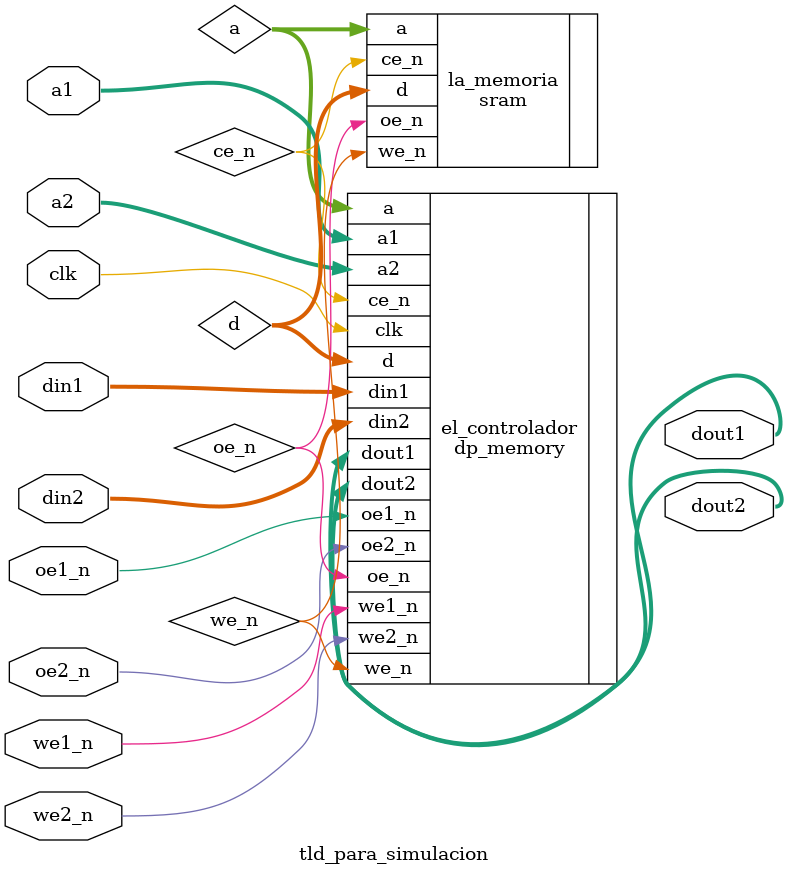
<source format=v>
`timescale 1ns / 1ps
`default_nettype none


module tld_para_simulacion (
    input wire clk,
    input wire [9:0] a1,
    input wire [9:0] a2,
    input wire [7:0] din1,
    input wire [7:0] din2,
    output wire [7:0] dout1,
    output wire [7:0] dout2,
    input wire oe1_n,
    input wire oe2_n,
    input wire we1_n,
    input wire we2_n
    );

   wire [9:0] a;
   wire [7:0] d;
   wire ce_n, oe_n, we_n;

   sram la_memoria (
    .a(a),
    .d(d),
    .ce_n(ce_n),
    .oe_n(oe_n),
    .we_n(we_n)
    );
    
    dp_memory el_controlador (
    .clk(clk),
    .a1(a1),
    .a2(a2),
    .oe1_n(oe1_n),
    .oe2_n(oe2_n),
    .we1_n(we1_n),
    .we2_n(we2_n),
    .din1(din1),
    .din2(din2),
    .dout1(dout1),
    .dout2(dout2),
    .a(a),
    .d(d),
    .ce_n(ce_n),
    .oe_n(oe_n),
    .we_n(we_n)
    );
endmodule

</source>
